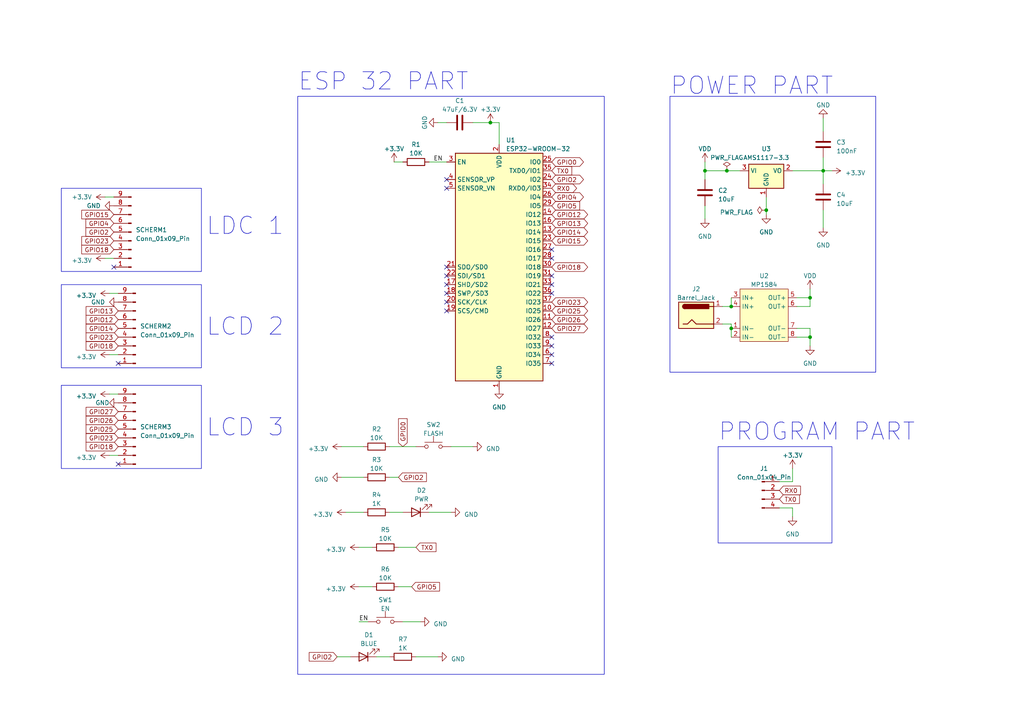
<source format=kicad_sch>
(kicad_sch (version 20230121) (generator eeschema)
  (paper "A4")
  (lib_symbols
    (symbol "Connector:Barrel_Jack" (pin_names (offset 1.016))
      (property "Reference" "J" (at 0 5.334 0))
      (property "Value" "Barrel_Jack" (at 0 -5.08 0))
      (symbol "Barrel_Jack_0_1"
        (rectangle (start -5.08 3.81) (end 5.08 -3.81) (stroke (width 0.254)) (fill (type background)))
        (arc (start -3.302 3.175) (mid -3.9343 2.54) (end -3.302 1.905) (stroke (width 0.254)))
        (arc (start -3.302 3.175) (mid -3.9343 2.54) (end -3.302 1.905) (stroke (width 0.254)) (fill (type outline)))
        (polyline (pts (xy 5.08 2.54) (xy 3.81 2.54)) (stroke (width 0.254)))
        (polyline (pts (xy -3.81 -2.54) (xy -2.54 -2.54) (xy -1.27 -1.27) (xy 0 -2.54) (xy 2.54 -2.54) (xy 5.08 -2.54)) (stroke (width 0.254)))
        (rectangle (start 3.683 3.175) (end -3.302 1.905) (stroke (width 0.254)) (fill (type outline)))
      )
      (symbol "Barrel_Jack_1_1"
        (pin passive line (at 7.62 2.54 180) (length 2.54) (name "~") (number "1"))
        (pin passive line (at 7.62 -2.54 180) (length 2.54) (name "~") (number "2"))
      )
    )
    (symbol "Connector:Conn_01x04_Pin" (pin_names (offset 1.016) hide)
      (property "Reference" "J" (at 0 5.08 0))
      (property "Value" "Conn_01x04_Pin" (at 0 -7.62 0))
      (symbol "Conn_01x04_Pin_1_1"
        (polyline (pts (xy 1.27 -5.08) (xy 0.8636 -5.08)) (stroke (width 0.1524)))
        (polyline (pts (xy 1.27 -2.54) (xy 0.8636 -2.54)) (stroke (width 0.1524)))
        (polyline (pts (xy 1.27 0) (xy 0.8636 0)) (stroke (width 0.1524)))
        (polyline (pts (xy 1.27 2.54) (xy 0.8636 2.54)) (stroke (width 0.1524)))
        (rectangle (start 0.8636 -4.953) (end 0 -5.207) (stroke (width 0.1524)) (fill (type outline)))
        (rectangle (start 0.8636 -2.413) (end 0 -2.667) (stroke (width 0.1524)) (fill (type outline)))
        (rectangle (start 0.8636 0.127) (end 0 -0.127) (stroke (width 0.1524)) (fill (type outline)))
        (rectangle (start 0.8636 2.667) (end 0 2.413) (stroke (width 0.1524)) (fill (type outline)))
        (pin passive line (at 5.08 2.54 180) (length 3.81) (name "Pin_1") (number "1"))
        (pin passive line (at 5.08 0 180) (length 3.81) (name "Pin_2") (number "2"))
        (pin passive line (at 5.08 -2.54 180) (length 3.81) (name "Pin_3") (number "3"))
        (pin passive line (at 5.08 -5.08 180) (length 3.81) (name "Pin_4") (number "4"))
      )
    )
    (symbol "Connector:Conn_01x09_Pin" (pin_names (offset 1.016) hide)
      (property "Reference" "J" (at 0 12.7 0))
      (property "Value" "Conn_01x09_Pin" (at 0 -12.7 0))
      (symbol "Conn_01x09_Pin_1_1"
        (polyline (pts (xy 1.27 -10.16) (xy 0.8636 -10.16)) (stroke (width 0.1524)))
        (polyline (pts (xy 1.27 -7.62) (xy 0.8636 -7.62)) (stroke (width 0.1524)))
        (polyline (pts (xy 1.27 -5.08) (xy 0.8636 -5.08)) (stroke (width 0.1524)))
        (polyline (pts (xy 1.27 -2.54) (xy 0.8636 -2.54)) (stroke (width 0.1524)))
        (polyline (pts (xy 1.27 0) (xy 0.8636 0)) (stroke (width 0.1524)))
        (polyline (pts (xy 1.27 2.54) (xy 0.8636 2.54)) (stroke (width 0.1524)))
        (polyline (pts (xy 1.27 5.08) (xy 0.8636 5.08)) (stroke (width 0.1524)))
        (polyline (pts (xy 1.27 7.62) (xy 0.8636 7.62)) (stroke (width 0.1524)))
        (polyline (pts (xy 1.27 10.16) (xy 0.8636 10.16)) (stroke (width 0.1524)))
        (rectangle (start 0.8636 -10.033) (end 0 -10.287) (stroke (width 0.1524)) (fill (type outline)))
        (rectangle (start 0.8636 -7.493) (end 0 -7.747) (stroke (width 0.1524)) (fill (type outline)))
        (rectangle (start 0.8636 -4.953) (end 0 -5.207) (stroke (width 0.1524)) (fill (type outline)))
        (rectangle (start 0.8636 -2.413) (end 0 -2.667) (stroke (width 0.1524)) (fill (type outline)))
        (rectangle (start 0.8636 0.127) (end 0 -0.127) (stroke (width 0.1524)) (fill (type outline)))
        (rectangle (start 0.8636 2.667) (end 0 2.413) (stroke (width 0.1524)) (fill (type outline)))
        (rectangle (start 0.8636 5.207) (end 0 4.953) (stroke (width 0.1524)) (fill (type outline)))
        (rectangle (start 0.8636 7.747) (end 0 7.493) (stroke (width 0.1524)) (fill (type outline)))
        (rectangle (start 0.8636 10.287) (end 0 10.033) (stroke (width 0.1524)) (fill (type outline)))
        (pin passive line (at 5.08 10.16 180) (length 3.81) (name "Pin_1") (number "1"))
        (pin passive line (at 5.08 7.62 180) (length 3.81) (name "Pin_2") (number "2"))
        (pin passive line (at 5.08 5.08 180) (length 3.81) (name "Pin_3") (number "3"))
        (pin passive line (at 5.08 2.54 180) (length 3.81) (name "Pin_4") (number "4"))
        (pin passive line (at 5.08 0 180) (length 3.81) (name "Pin_5") (number "5"))
        (pin passive line (at 5.08 -2.54 180) (length 3.81) (name "Pin_6") (number "6"))
        (pin passive line (at 5.08 -5.08 180) (length 3.81) (name "Pin_7") (number "7"))
        (pin passive line (at 5.08 -7.62 180) (length 3.81) (name "Pin_8") (number "8"))
        (pin passive line (at 5.08 -10.16 180) (length 3.81) (name "Pin_9") (number "9"))
      )
    )
    (symbol "Device:C" (pin_numbers hide) (pin_names (offset 0.254))
      (property "Reference" "C" (at 0.635 2.54 0))
      (property "Value" "C" (at 0.635 -2.54 0))
      (symbol "C_0_1"
        (polyline (pts (xy -2.032 -0.762) (xy 2.032 -0.762)) (stroke (width 0.508)))
        (polyline (pts (xy -2.032 0.762) (xy 2.032 0.762)) (stroke (width 0.508)))
      )
      (symbol "C_1_1"
        (pin passive line (at 0 3.81 270) (length 2.794) (name "~") (number "1"))
        (pin passive line (at 0 -3.81 90) (length 2.794) (name "~") (number "2"))
      )
    )
    (symbol "Device:LED" (pin_numbers hide) (pin_names (offset 1.016) hide)
      (property "Reference" "D" (at 0 2.54 0))
      (property "Value" "LED" (at 0 -2.54 0))
      (symbol "LED_0_1"
        (polyline (pts (xy -1.27 -1.27) (xy -1.27 1.27)) (stroke (width 0.254)))
        (polyline (pts (xy -1.27 0) (xy 1.27 0)))
        (polyline (pts (xy 1.27 -1.27) (xy 1.27 1.27) (xy -1.27 0) (xy 1.27 -1.27)) (stroke (width 0.254)))
        (polyline (pts (xy -3.048 -0.762) (xy -4.572 -2.286) (xy -3.81 -2.286) (xy -4.572 -2.286) (xy -4.572 -1.524)))
        (polyline (pts (xy -1.778 -0.762) (xy -3.302 -2.286) (xy -2.54 -2.286) (xy -3.302 -2.286) (xy -3.302 -1.524)))
      )
      (symbol "LED_1_1"
        (pin passive line (at -3.81 0 0) (length 2.54) (name "K") (number "1"))
        (pin passive line (at 3.81 0 180) (length 2.54) (name "A") (number "2"))
      )
    )
    (symbol "Device:R" (pin_numbers hide) (pin_names (offset 0))
      (property "Reference" "R" (at 2.032 0 90))
      (property "Value" "R" (at 0 0 90))
      (symbol "R_0_1"
        (rectangle (start -1.016 -2.54) (end 1.016 2.54) (stroke (width 0.254)))
      )
      (symbol "R_1_1"
        (pin passive line (at 0 3.81 270) (length 1.27) (name "~") (number "1"))
        (pin passive line (at 0 -3.81 90) (length 1.27) (name "~") (number "2"))
      )
    )
    (symbol "Lib:MP1584"
      (property "Reference" "U" (at 0 2.54 0))
      (property "Value" "MP1584" (at 2.54 5.08 0))
      (symbol "MP1584_1_1"
        (rectangle (start -3.81 1.27) (end 10.16 -13.97) (fill (type background)))
        (pin input line (at -6.35 -10.16 0) (length 2.54) (name "IN-") (number "1"))
        (pin input line (at -6.35 -12.7 0) (length 2.54) (name "IN-") (number "2"))
        (pin input line (at -6.35 -1.27 0) (length 2.54) (name "IN+") (number "3"))
        (pin input line (at -6.35 -3.81 0) (length 2.54) (name "IN+") (number "4"))
        (pin input line (at 12.7 -1.27 180) (length 2.54) (name "OUT+") (number "5"))
        (pin input line (at 12.7 -3.81 180) (length 2.54) (name "OUT+") (number "6"))
        (pin input line (at 12.7 -10.16 180) (length 2.54) (name "OUT-") (number "7"))
        (pin input line (at 12.7 -12.7 180) (length 2.54) (name "OUT-") (number "8"))
      )
    )
    (symbol "RF_Module:ESP32-WROOM-32"
      (property "Reference" "U" (at -12.7 34.29 0))
      (property "Value" "ESP32-WROOM-32" (at 1.27 34.29 0))
      (symbol "ESP32-WROOM-32_0_1"
        (rectangle (start -12.7 33.02) (end 12.7 -33.02) (stroke (width 0.254)) (fill (type background)))
      )
      (symbol "ESP32-WROOM-32_1_1"
        (pin power_in line (at 0 -35.56 90) (length 2.54) (name "GND") (number "1"))
        (pin bidirectional line (at 15.24 -12.7 180) (length 2.54) (name "IO25") (number "10"))
        (pin bidirectional line (at 15.24 -15.24 180) (length 2.54) (name "IO26") (number "11"))
        (pin bidirectional line (at 15.24 -17.78 180) (length 2.54) (name "IO27") (number "12"))
        (pin bidirectional line (at 15.24 10.16 180) (length 2.54) (name "IO14") (number "13"))
        (pin bidirectional line (at 15.24 15.24 180) (length 2.54) (name "IO12") (number "14"))
        (pin passive line (at 0 -35.56 90) (length 2.54) hide (name "GND") (number "15"))
        (pin bidirectional line (at 15.24 12.7 180) (length 2.54) (name "IO13") (number "16"))
        (pin bidirectional line (at -15.24 -5.08 0) (length 2.54) (name "SHD/SD2") (number "17"))
        (pin bidirectional line (at -15.24 -7.62 0) (length 2.54) (name "SWP/SD3") (number "18"))
        (pin bidirectional line (at -15.24 -12.7 0) (length 2.54) (name "SCS/CMD") (number "19"))
        (pin power_in line (at 0 35.56 270) (length 2.54) (name "VDD") (number "2"))
        (pin bidirectional line (at -15.24 -10.16 0) (length 2.54) (name "SCK/CLK") (number "20"))
        (pin bidirectional line (at -15.24 0 0) (length 2.54) (name "SDO/SD0") (number "21"))
        (pin bidirectional line (at -15.24 -2.54 0) (length 2.54) (name "SDI/SD1") (number "22"))
        (pin bidirectional line (at 15.24 7.62 180) (length 2.54) (name "IO15") (number "23"))
        (pin bidirectional line (at 15.24 25.4 180) (length 2.54) (name "IO2") (number "24"))
        (pin bidirectional line (at 15.24 30.48 180) (length 2.54) (name "IO0") (number "25"))
        (pin bidirectional line (at 15.24 20.32 180) (length 2.54) (name "IO4") (number "26"))
        (pin bidirectional line (at 15.24 5.08 180) (length 2.54) (name "IO16") (number "27"))
        (pin bidirectional line (at 15.24 2.54 180) (length 2.54) (name "IO17") (number "28"))
        (pin bidirectional line (at 15.24 17.78 180) (length 2.54) (name "IO5") (number "29"))
        (pin input line (at -15.24 30.48 0) (length 2.54) (name "EN") (number "3"))
        (pin bidirectional line (at 15.24 0 180) (length 2.54) (name "IO18") (number "30"))
        (pin bidirectional line (at 15.24 -2.54 180) (length 2.54) (name "IO19") (number "31"))
        (pin no_connect line (at -12.7 -27.94 0) (length 2.54) hide (name "NC") (number "32"))
        (pin bidirectional line (at 15.24 -5.08 180) (length 2.54) (name "IO21") (number "33"))
        (pin bidirectional line (at 15.24 22.86 180) (length 2.54) (name "RXD0/IO3") (number "34"))
        (pin bidirectional line (at 15.24 27.94 180) (length 2.54) (name "TXD0/IO1") (number "35"))
        (pin bidirectional line (at 15.24 -7.62 180) (length 2.54) (name "IO22") (number "36"))
        (pin bidirectional line (at 15.24 -10.16 180) (length 2.54) (name "IO23") (number "37"))
        (pin passive line (at 0 -35.56 90) (length 2.54) hide (name "GND") (number "38"))
        (pin passive line (at 0 -35.56 90) (length 2.54) hide (name "GND") (number "39"))
        (pin input line (at -15.24 25.4 0) (length 2.54) (name "SENSOR_VP") (number "4"))
        (pin input line (at -15.24 22.86 0) (length 2.54) (name "SENSOR_VN") (number "5"))
        (pin input line (at 15.24 -25.4 180) (length 2.54) (name "IO34") (number "6"))
        (pin input line (at 15.24 -27.94 180) (length 2.54) (name "IO35") (number "7"))
        (pin bidirectional line (at 15.24 -20.32 180) (length 2.54) (name "IO32") (number "8"))
        (pin bidirectional line (at 15.24 -22.86 180) (length 2.54) (name "IO33") (number "9"))
      )
    )
    (symbol "Regulator_Linear:AMS1117-3.3"
      (property "Reference" "U" (at -3.81 3.175 0))
      (property "Value" "AMS1117-3.3" (at 0 3.175 0))
      (symbol "AMS1117-3.3_0_1"
        (rectangle (start -5.08 -5.08) (end 5.08 1.905) (stroke (width 0.254)) (fill (type background)))
      )
      (symbol "AMS1117-3.3_1_1"
        (pin power_in line (at 0 -7.62 90) (length 2.54) (name "GND") (number "1"))
        (pin power_out line (at 7.62 0 180) (length 2.54) (name "VO") (number "2"))
        (pin power_in line (at -7.62 0 0) (length 2.54) (name "VI") (number "3"))
      )
    )
    (symbol "Switch:SW_Push" (pin_numbers hide) (pin_names (offset 1.016) hide)
      (property "Reference" "SW" (at 1.27 2.54 0))
      (property "Value" "SW_Push" (at 0 -1.524 0))
      (symbol "SW_Push_0_1"
        (circle (center -2.032 0) (radius 0.508))
        (polyline (pts (xy 0 1.27) (xy 0 3.048)))
        (polyline (pts (xy 2.54 1.27) (xy -2.54 1.27)))
        (circle (center 2.032 0) (radius 0.508))
        (pin passive line (at -5.08 0 0) (length 2.54) (name "1") (number "1"))
        (pin passive line (at 5.08 0 180) (length 2.54) (name "2") (number "2"))
      )
    )
    (symbol "power:+3.3V" (power) (pin_names (offset 0))
      (property "Value" "+3.3V" (at 0 3.556 0))
      (symbol "+3.3V_0_1"
        (polyline (pts (xy -0.762 1.27) (xy 0 2.54)))
        (polyline (pts (xy 0 0) (xy 0 2.54)))
        (polyline (pts (xy 0 2.54) (xy 0.762 1.27)))
      )
      (symbol "+3.3V_1_1"
        (pin power_in line (at 0 0 90) (length 0) hide (name "+3.3V") (number "1"))
      )
    )
    (symbol "power:GND" (power) (pin_names (offset 0))
      (property "Value" "GND" (at 0 -3.81 0))
      (symbol "GND_0_1"
        (polyline (pts (xy 0 0) (xy 0 -1.27) (xy 1.27 -1.27) (xy 0 -2.54) (xy -1.27 -1.27) (xy 0 -1.27)))
      )
      (symbol "GND_1_1"
        (pin power_in line (at 0 0 270) (length 0) hide (name "GND") (number "1"))
      )
    )
    (symbol "power:PWR_FLAG" (power) (pin_numbers hide) (pin_names (offset 0) hide)
      (property "Value" "PWR_FLAG" (at 0 3.81 0))
      (symbol "PWR_FLAG_0_0"
        (pin power_out line (at 0 0 90) (length 0) (name "pwr") (number "1"))
      )
      (symbol "PWR_FLAG_0_1"
        (polyline (pts (xy 0 0) (xy 0 1.27) (xy -1.016 1.905) (xy 0 2.54) (xy 1.016 1.905) (xy 0 1.27)))
      )
    )
    (symbol "power:VDD" (power) (pin_names (offset 0))
      (property "Value" "VDD" (at 0 3.81 0))
      (symbol "VDD_0_1"
        (polyline (pts (xy -0.762 1.27) (xy 0 2.54)))
        (polyline (pts (xy 0 0) (xy 0 2.54)))
        (polyline (pts (xy 0 2.54) (xy 0.762 1.27)))
      )
      (symbol "VDD_1_1"
        (pin power_in line (at 0 0 90) (length 0) hide (name "VDD") (number "1"))
      )
    )
  )
  (junction (at 212.09 88.9))
  (junction (at 238.76 49.53))
  (junction (at 210.82 49.53))
  (junction (at 234.95 97.79))
  (junction (at 222.25 60.96))
  (junction (at 142.24 35.56))
  (junction (at 234.95 86.36))
  (junction (at 212.09 95.25))
  (junction (at 204.47 49.53))
  (no_connect (at 129.54 82.55))
  (no_connect (at 160.02 80.01))
  (no_connect (at 129.54 54.61))
  (no_connect (at 34.29 134.62))
  (no_connect (at 160.02 105.41))
  (no_connect (at 160.02 82.55))
  (no_connect (at 160.02 97.79))
  (no_connect (at 129.54 80.01))
  (no_connect (at 160.02 102.87))
  (no_connect (at 160.02 85.09))
  (no_connect (at 160.02 74.93))
  (no_connect (at 129.54 87.63))
  (no_connect (at 33.02 77.47))
  (no_connect (at 129.54 52.07))
  (no_connect (at 34.29 105.41))
  (no_connect (at 129.54 85.09))
  (no_connect (at 160.02 72.39))
  (no_connect (at 160.02 100.33))
  (no_connect (at 129.54 77.47))
  (no_connect (at 129.54 90.17))
  (wire (pts (xy 234.95 88.9) (xy 234.95 86.36)))
  (wire (pts (xy 142.24 35.56) (xy 137.16 35.56)))
  (wire (pts (xy 113.03 138.43) (xy 115.57 138.43)))
  (wire (pts (xy 120.65 190.5) (xy 127 190.5)))
  (wire (pts (xy 234.95 86.36) (xy 234.95 83.82)))
  (wire (pts (xy 109.22 190.5) (xy 113.03 190.5)))
  (wire (pts (xy 229.87 147.32) (xy 226.06 147.32)))
  (wire (pts (xy 104.14 170.18) (xy 107.95 170.18)))
  (wire (pts (xy 100.33 148.59) (xy 105.41 148.59)))
  (wire (pts (xy 212.09 93.98) (xy 212.09 95.25)))
  (wire (pts (xy 231.14 97.79) (xy 234.95 97.79)))
  (wire (pts (xy 209.55 88.9) (xy 212.09 88.9)))
  (wire (pts (xy 31.75 85.09) (xy 34.29 85.09)))
  (wire (pts (xy 212.09 95.25) (xy 212.09 97.79)))
  (wire (pts (xy 113.03 148.59) (xy 116.84 148.59)))
  (wire (pts (xy 115.57 158.75) (xy 120.65 158.75)))
  (wire (pts (xy 130.81 129.54) (xy 137.16 129.54)))
  (wire (pts (xy 229.87 49.53) (xy 238.76 49.53)))
  (wire (pts (xy 234.95 97.79) (xy 234.95 95.25)))
  (wire (pts (xy 113.03 129.54) (xy 120.65 129.54)))
  (wire (pts (xy 31.75 132.08) (xy 34.29 132.08)))
  (wire (pts (xy 104.14 158.75) (xy 107.95 158.75)))
  (wire (pts (xy 104.14 180.34) (xy 106.68 180.34)))
  (wire (pts (xy 30.48 57.15) (xy 33.02 57.15)))
  (wire (pts (xy 144.78 35.56) (xy 144.78 41.91)))
  (wire (pts (xy 99.06 129.54) (xy 105.41 129.54)))
  (wire (pts (xy 229.87 149.86) (xy 229.87 147.32)))
  (wire (pts (xy 204.47 59.69) (xy 204.47 63.5)))
  (wire (pts (xy 231.14 88.9) (xy 234.95 88.9)))
  (wire (pts (xy 31.75 114.3) (xy 34.29 114.3)))
  (wire (pts (xy 124.46 148.59) (xy 130.81 148.59)))
  (wire (pts (xy 115.57 170.18) (xy 119.38 170.18)))
  (wire (pts (xy 31.75 102.87) (xy 34.29 102.87)))
  (wire (pts (xy 222.25 60.96) (xy 222.25 62.23)))
  (wire (pts (xy 238.76 34.29) (xy 238.76 38.1)))
  (wire (pts (xy 204.47 46.99) (xy 204.47 49.53)))
  (wire (pts (xy 144.78 35.56) (xy 142.24 35.56)))
  (wire (pts (xy 234.95 95.25) (xy 231.14 95.25)))
  (wire (pts (xy 238.76 45.72) (xy 238.76 49.53)))
  (wire (pts (xy 114.3 46.99) (xy 116.84 46.99)))
  (wire (pts (xy 222.25 57.15) (xy 222.25 60.96)))
  (wire (pts (xy 238.76 60.96) (xy 238.76 66.04)))
  (wire (pts (xy 30.48 74.93) (xy 33.02 74.93)))
  (wire (pts (xy 229.87 135.89) (xy 229.87 139.7)))
  (wire (pts (xy 99.06 138.43) (xy 105.41 138.43)))
  (wire (pts (xy 204.47 49.53) (xy 204.47 52.07)))
  (wire (pts (xy 127 35.56) (xy 129.54 35.56)))
  (wire (pts (xy 231.14 86.36) (xy 234.95 86.36)))
  (wire (pts (xy 124.46 46.99) (xy 129.54 46.99)))
  (wire (pts (xy 204.47 49.53) (xy 210.82 49.53)))
  (wire (pts (xy 97.79 190.5) (xy 101.6 190.5)))
  (wire (pts (xy 234.95 100.33) (xy 234.95 97.79)))
  (wire (pts (xy 210.82 49.53) (xy 214.63 49.53)))
  (wire (pts (xy 209.55 93.98) (xy 212.09 93.98)))
  (wire (pts (xy 212.09 88.9) (xy 212.09 86.36)))
  (wire (pts (xy 238.76 49.53) (xy 241.3 49.53)))
  (wire (pts (xy 116.84 180.34) (xy 121.92 180.34)))
  (wire (pts (xy 238.76 49.53) (xy 238.76 53.34)))
  (wire (pts (xy 229.87 139.7) (xy 226.06 139.7)))
  (rectangle (start 86.36 27.94) (end 175.26 195.58))
  (rectangle (start 17.78 111.76) (end 58.42 135.89))
  (rectangle (start 17.78 54.61) (end 58.42 78.74))
  (rectangle (start 194.31 27.94) (end 254 107.95))
  (rectangle (start 208.28 129.54) (end 241.3 157.48))
  (rectangle (start 17.78 82.55) (end 58.42 106.68))
  (text "LCD 3" (at 59.69 127 0) (effects (font (size 5 5)) (justify left bottom)))
  (text "ESP 32 PART" (at 86.36 26.67 0) (effects (font (size 5 5)) (justify left bottom)))
  (text "LDC 1\n" (at 59.69 68.58 0) (effects (font (size 5 5)) (justify left bottom)))
  (text "PROGRAM PART" (at 208.28 128.27 0) (effects (font (size 5 5)) (justify left bottom)))
  (text "LCD 2" (at 59.69 97.79 0) (effects (font (size 5 5)) (justify left bottom)))
  (text "POWER PART" (at 194.31 27.94 0) (effects (font (size 5 5)) (justify left bottom)))
  (label "EN" (at 104.14 180.34 0))
  (label "EN" (at 125.73 46.99 0))
  (global_label "GPIO0" (shape input) (at 116.84 129.54 90) (property "Intersheetrefs" "${INTERSHEET_REFS}" (effects hide)))
  (global_label "GPIO18" (shape input) (at 34.29 100.33 180) (property "Intersheetrefs" "${INTERSHEET_REFS}" (effects hide)))
  (global_label "GPIO12" (shape bidirectional) (at 160.02 62.23 0) (property "Intersheetrefs" "${INTERSHEET_REFS}" (effects hide)))
  (global_label "GPIO13" (shape bidirectional) (at 160.02 64.77 0) (property "Intersheetrefs" "${INTERSHEET_REFS}" (effects hide)))
  (global_label "GPIO0" (shape bidirectional) (at 160.02 46.99 0) (property "Intersheetrefs" "${INTERSHEET_REFS}" (effects hide)))
  (global_label "GPIO4" (shape input) (at 33.02 64.77 180) (property "Intersheetrefs" "${INTERSHEET_REFS}" (effects hide)))
  (global_label "GPIO25" (shape input) (at 34.29 124.46 180) (property "Intersheetrefs" "${INTERSHEET_REFS}" (effects hide)))
  (global_label "GPIO18" (shape input) (at 34.29 129.54 180) (property "Intersheetrefs" "${INTERSHEET_REFS}" (effects hide)))
  (global_label "GPIO5" (shape input) (at 119.38 170.18 0) (property "Intersheetrefs" "${INTERSHEET_REFS}" (effects hide)))
  (global_label "GPIO15" (shape bidirectional) (at 160.02 69.85 0) (property "Intersheetrefs" "${INTERSHEET_REFS}" (effects hide)))
  (global_label "GPIO2" (shape input) (at 115.57 138.43 0) (property "Intersheetrefs" "${INTERSHEET_REFS}" (effects hide)))
  (global_label "GPIO27" (shape input) (at 34.29 119.38 180) (property "Intersheetrefs" "${INTERSHEET_REFS}" (effects hide)))
  (global_label "GPIO25" (shape bidirectional) (at 160.02 90.17 0) (property "Intersheetrefs" "${INTERSHEET_REFS}" (effects hide)))
  (global_label "GPIO14" (shape bidirectional) (at 160.02 67.31 0) (property "Intersheetrefs" "${INTERSHEET_REFS}" (effects hide)))
  (global_label "TX0" (shape input) (at 120.65 158.75 0) (property "Intersheetrefs" "${INTERSHEET_REFS}" (effects hide)))
  (global_label "GPIO15" (shape input) (at 33.02 62.23 180) (property "Intersheetrefs" "${INTERSHEET_REFS}" (effects hide)))
  (global_label "GPIO13" (shape input) (at 34.29 90.17 180) (property "Intersheetrefs" "${INTERSHEET_REFS}" (effects hide)))
  (global_label "GPIO23" (shape input) (at 34.29 97.79 180) (property "Intersheetrefs" "${INTERSHEET_REFS}" (effects hide)))
  (global_label "GPIO2" (shape input) (at 97.79 190.5 180) (property "Intersheetrefs" "${INTERSHEET_REFS}" (effects hide)))
  (global_label "GPIO26" (shape input) (at 34.29 121.92 180) (property "Intersheetrefs" "${INTERSHEET_REFS}" (effects hide)))
  (global_label "GPIO5" (shape input) (at 160.02 59.69 0) (property "Intersheetrefs" "${INTERSHEET_REFS}" (effects hide)))
  (global_label "GPIO4" (shape bidirectional) (at 160.02 57.15 0) (property "Intersheetrefs" "${INTERSHEET_REFS}" (effects hide)))
  (global_label "GPIO18" (shape input) (at 33.02 72.39 180) (property "Intersheetrefs" "${INTERSHEET_REFS}" (effects hide)))
  (global_label "GPIO23" (shape input) (at 33.02 69.85 180) (property "Intersheetrefs" "${INTERSHEET_REFS}" (effects hide)))
  (global_label "TX0" (shape input) (at 226.06 144.78 0) (property "Intersheetrefs" "${INTERSHEET_REFS}" (effects hide)))
  (global_label "GPIO23" (shape bidirectional) (at 160.02 87.63 0) (property "Intersheetrefs" "${INTERSHEET_REFS}" (effects hide)))
  (global_label "RX0" (shape bidirectional) (at 160.02 54.61 0) (property "Intersheetrefs" "${INTERSHEET_REFS}" (effects hide)))
  (global_label "GPIO12" (shape input) (at 34.29 92.71 180) (property "Intersheetrefs" "${INTERSHEET_REFS}" (effects hide)))
  (global_label "GPIO2" (shape input) (at 33.02 67.31 180) (property "Intersheetrefs" "${INTERSHEET_REFS}" (effects hide)))
  (global_label "GPIO27" (shape bidirectional) (at 160.02 95.25 0) (property "Intersheetrefs" "${INTERSHEET_REFS}" (effects hide)))
  (global_label "GPIO14" (shape input) (at 34.29 95.25 180) (property "Intersheetrefs" "${INTERSHEET_REFS}" (effects hide)))
  (global_label "RX0" (shape input) (at 226.06 142.24 0) (property "Intersheetrefs" "${INTERSHEET_REFS}" (effects hide)))
  (global_label "GPIO23" (shape input) (at 34.29 127 180) (property "Intersheetrefs" "${INTERSHEET_REFS}" (effects hide)))
  (global_label "GPIO26" (shape bidirectional) (at 160.02 92.71 0) (property "Intersheetrefs" "${INTERSHEET_REFS}" (effects hide)))
  (global_label "TX0" (shape input) (at 160.02 49.53 0) (property "Intersheetrefs" "${INTERSHEET_REFS}" (effects hide)))
  (global_label "GPIO18" (shape bidirectional) (at 160.02 77.47 0) (property "Intersheetrefs" "${INTERSHEET_REFS}" (effects hide)))
  (global_label "GPIO2" (shape bidirectional) (at 160.02 52.07 0) (property "Intersheetrefs" "${INTERSHEET_REFS}" (effects hide)))
  (symbol (lib_id "RF_Module:ESP32-WROOM-32") (at 144.78 77.47 0) (unit 1)
    (property "Reference" "U1" (at 146.7359 40.64 0) (effects (justify left)))
    (property "Value" "ESP32-WROOM-32" (at 146.7359 43.18 0) (effects (justify left)))
    (property "Footprint" "RF_Module:ESP32-WROOM-32" (effects hide))
    (property "Datasheet" "https://www.espressif.com/sites/default/files/documentation/esp32-wroom-32_datasheet_en.pdf" (effects hide))
  )
  (symbol (lib_id "power:GND") (at 34.29 116.84 270) (unit 1)
    (property "Reference" "#PWR09" (effects hide))
    (property "Value" "GND" (at 31.75 116.84 90) (effects (justify right)))
  )
  (symbol (lib_id "power:+3.3V") (at 30.48 57.15 90) (unit 1)
    (property "Reference" "#PWR01" (effects hide))
    (property "Value" "+3.3V" (at 26.67 57.15 90) (effects (justify left)))
  )
  (symbol (lib_id "Device:C") (at 204.47 55.88 0) (unit 1)
    (property "Reference" "C2" (at 208.28 55.245 0) (effects (justify left)))
    (property "Value" "10uF" (at 208.28 57.785 0) (effects (justify left)))
    (property "Footprint" "Capacitor_SMD:C_0805_2012Metric_Pad1.18x1.45mm_HandSolder" (effects hide))
  )
  (symbol (lib_id "power:+3.3V") (at 31.75 114.3 90) (unit 1)
    (property "Reference" "#PWR05" (effects hide))
    (property "Value" "+3.3V" (at 27.94 114.935 90) (effects (justify left)))
  )
  (symbol (lib_id "power:+3.3V") (at 100.33 148.59 90) (unit 1)
    (property "Reference" "#PWR013" (effects hide))
    (property "Value" "+3.3V" (at 96.52 149.225 90) (effects (justify left)))
  )
  (symbol (lib_id "Device:LED") (at 105.41 190.5 180) (unit 1)
    (property "Reference" "D1" (at 106.9975 184.15 0))
    (property "Value" "BLUE" (at 106.9975 186.69 0))
    (property "Footprint" "LED_SMD:LED_0805_2012Metric_Pad1.15x1.40mm_HandSolder" (effects hide))
  )
  (symbol (lib_id "Device:R") (at 109.22 138.43 90) (unit 1)
    (property "Reference" "R3" (at 109.22 133.35 90))
    (property "Value" "10K" (at 109.22 135.89 90))
    (property "Footprint" "Resistor_SMD:R_0805_2012Metric_Pad1.20x1.40mm_HandSolder" (effects hide))
  )
  (symbol (lib_id "Device:R") (at 109.22 129.54 90) (unit 1)
    (property "Reference" "R2" (at 109.22 124.46 90))
    (property "Value" "10K" (at 109.22 127 90))
    (property "Footprint" "Resistor_SMD:R_0805_2012Metric_Pad1.20x1.40mm_HandSolder" (effects hide))
  )
  (symbol (lib_id "power:+3.3V") (at 142.24 35.56 0) (unit 1)
    (property "Reference" "#PWR017" (effects hide))
    (property "Value" "+3.3V" (at 142.24 31.75 0))
  )
  (symbol (lib_id "power:PWR_FLAG") (at 210.82 49.53 0) (unit 1)
    (property "Reference" "#FLG01" (effects hide))
    (property "Value" "PWR_FLAG" (at 210.82 45.72 0))
  )
  (symbol (lib_id "power:GND") (at 204.47 63.5 0) (unit 1)
    (property "Reference" "#PWR024" (effects hide))
    (property "Value" "GND" (at 204.47 68.58 0))
  )
  (symbol (lib_id "Device:R") (at 111.76 158.75 90) (unit 1)
    (property "Reference" "R5" (at 111.76 153.67 90))
    (property "Value" "10K" (at 111.76 156.21 90))
    (property "Footprint" "Resistor_SMD:R_0805_2012Metric_Pad1.20x1.40mm_HandSolder" (effects hide))
  )
  (symbol (lib_id "Device:R") (at 116.84 190.5 90) (unit 1)
    (property "Reference" "R7" (at 116.84 185.42 90))
    (property "Value" "1K" (at 116.84 187.96 90))
    (property "Footprint" "Resistor_SMD:R_0805_2012Metric_Pad1.20x1.40mm_HandSolder" (effects hide))
  )
  (symbol (lib_id "power:GND") (at 137.16 129.54 90) (unit 1)
    (property "Reference" "#PWR022" (effects hide))
    (property "Value" "GND" (at 140.97 130.175 90) (effects (justify right)))
  )
  (symbol (lib_id "power:+3.3V") (at 31.75 102.87 90) (unit 1)
    (property "Reference" "#PWR04" (effects hide))
    (property "Value" "+3.3V" (at 27.94 103.505 90) (effects (justify left)))
  )
  (symbol (lib_id "power:VDD") (at 204.47 46.99 0) (unit 1)
    (property "Reference" "#PWR023" (effects hide))
    (property "Value" "VDD" (at 204.47 43.18 0))
  )
  (symbol (lib_id "Device:C") (at 238.76 57.15 0) (unit 1)
    (property "Reference" "C4" (at 242.57 56.515 0) (effects (justify left)))
    (property "Value" "10uF" (at 242.57 59.055 0) (effects (justify left)))
    (property "Footprint" "Capacitor_SMD:C_0805_2012Metric_Pad1.18x1.45mm_HandSolder" (effects hide))
  )
  (symbol (lib_id "Lib:MP1584") (at 218.44 85.09 0) (unit 1)
    (property "Reference" "U2" (at 221.615 80.01 0))
    (property "Value" "MP1584" (at 221.615 82.55 0))
    (property "Footprint" "Library:U1584" (effects hide))
  )
  (symbol (lib_id "Connector:Conn_01x04_Pin") (at 220.98 142.24 0) (unit 1)
    (property "Reference" "J1" (at 221.615 135.89 0))
    (property "Value" "Conn_01x04_Pin" (at 221.615 138.43 0))
    (property "Footprint" "Connector_PinHeader_2.54mm:PinHeader_1x04_P2.54mm_Vertical" (effects hide))
  )
  (symbol (lib_id "Connector:Conn_01x09_Pin") (at 39.37 124.46 180) (unit 1)
    (property "Reference" "SCHERM3" (at 40.64 123.825 0) (effects (justify right)))
    (property "Value" "Conn_01x09_Pin" (at 40.64 126.365 0) (effects (justify right)))
    (property "Footprint" "Connector_PinHeader_2.54mm:PinHeader_1x09_P2.54mm_Vertical" (effects hide))
  )
  (symbol (lib_id "power:+3.3V") (at 229.87 135.89 0) (unit 1)
    (property "Reference" "#PWR025" (effects hide))
    (property "Value" "+3.3V" (at 229.87 132.08 0))
  )
  (symbol (lib_id "Device:R") (at 111.76 170.18 90) (unit 1)
    (property "Reference" "R6" (at 111.76 165.1 90))
    (property "Value" "10K" (at 111.76 167.64 90))
    (property "Footprint" "Resistor_SMD:R_0805_2012Metric_Pad1.20x1.40mm_HandSolder" (effects hide))
  )
  (symbol (lib_id "Connector:Conn_01x09_Pin") (at 39.37 95.25 180) (unit 1)
    (property "Reference" "SCHERM2" (at 40.64 94.615 0) (effects (justify right)))
    (property "Value" "Conn_01x09_Pin" (at 40.64 97.155 0) (effects (justify right)))
    (property "Footprint" "Connector_PinHeader_2.54mm:PinHeader_1x09_P2.54mm_Vertical" (effects hide))
  )
  (symbol (lib_id "power:+3.3V") (at 104.14 170.18 90) (unit 1)
    (property "Reference" "#PWR016" (effects hide))
    (property "Value" "+3.3V" (at 100.33 170.815 90) (effects (justify left)))
  )
  (symbol (lib_id "power:GND") (at 238.76 66.04 0) (unit 1)
    (property "Reference" "#PWR031" (effects hide))
    (property "Value" "GND" (at 238.76 71.12 0))
  )
  (symbol (lib_id "power:+3.3V") (at 104.14 158.75 90) (unit 1)
    (property "Reference" "#PWR015" (effects hide))
    (property "Value" "+3.3V" (at 100.33 159.385 90) (effects (justify left)))
  )
  (symbol (lib_id "Connector:Conn_01x09_Pin") (at 38.1 67.31 180) (unit 1)
    (property "Reference" "SCHERM1" (at 39.37 66.675 0) (effects (justify right)))
    (property "Value" "Conn_01x09_Pin" (at 39.37 69.215 0) (effects (justify right)))
    (property "Footprint" "Connector_PinHeader_2.54mm:PinHeader_1x09_P2.54mm_Vertical" (effects hide))
  )
  (symbol (lib_id "power:+3.3V") (at 30.48 74.93 90) (unit 1)
    (property "Reference" "#PWR02" (effects hide))
    (property "Value" "+3.3V" (at 26.67 75.565 90) (effects (justify left)))
  )
  (symbol (lib_id "power:+3.3V") (at 99.06 129.54 90) (unit 1)
    (property "Reference" "#PWR011" (effects hide))
    (property "Value" "+3.3V" (at 95.25 130.175 90) (effects (justify left)))
  )
  (symbol (lib_id "power:GND") (at 238.76 34.29 180) (unit 1)
    (property "Reference" "#PWR030" (effects hide))
    (property "Value" "GND" (at 238.76 30.48 0))
  )
  (symbol (lib_id "Switch:SW_Push") (at 125.73 129.54 0) (unit 1)
    (property "Reference" "SW2" (at 125.73 123.19 0))
    (property "Value" "FLASH" (at 125.73 125.73 0))
    (property "Footprint" "Button_Switch_SMD:SW_DIP_SPSTx01_Slide_Copal_CHS-01B_W7.62mm_P1.27mm" (effects hide))
  )
  (symbol (lib_id "power:+3.3V") (at 241.3 49.53 270) (unit 1)
    (property "Reference" "#PWR032" (effects hide))
    (property "Value" "+3.3V" (at 245.11 50.165 90) (effects (justify left)))
  )
  (symbol (lib_id "power:GND") (at 127 35.56 270) (unit 1)
    (property "Reference" "#PWR014" (effects hide))
    (property "Value" "GND" (at 123.19 35.56 0))
  )
  (symbol (lib_id "power:+3.3V") (at 31.75 85.09 90) (unit 1)
    (property "Reference" "#PWR03" (effects hide))
    (property "Value" "+3.3V" (at 27.94 85.725 90) (effects (justify left)))
  )
  (symbol (lib_id "power:GND") (at 130.81 148.59 90) (unit 1)
    (property "Reference" "#PWR021" (effects hide))
    (property "Value" "GND" (at 134.62 149.225 90) (effects (justify right)))
  )
  (symbol (lib_id "power:GND") (at 229.87 149.86 0) (unit 1)
    (property "Reference" "#PWR026" (effects hide))
    (property "Value" "GND" (at 229.87 154.94 0))
  )
  (symbol (lib_id "power:+3.3V") (at 114.3 46.99 0) (unit 1)
    (property "Reference" "#PWR010" (effects hide))
    (property "Value" "+3.3V" (at 114.3 43.18 0))
  )
  (symbol (lib_id "power:GND") (at 127 190.5 90) (unit 1)
    (property "Reference" "#PWR020" (effects hide))
    (property "Value" "GND" (at 130.81 191.135 90) (effects (justify right)))
  )
  (symbol (lib_id "Device:LED") (at 120.65 148.59 180) (unit 1)
    (property "Reference" "D2" (at 122.2375 142.24 0))
    (property "Value" "PWR" (at 122.2375 144.78 0))
    (property "Footprint" "LED_SMD:LED_0805_2012Metric_Pad1.15x1.40mm_HandSolder" (effects hide))
  )
  (symbol (lib_id "power:+3.3V") (at 31.75 132.08 90) (unit 1)
    (property "Reference" "#PWR06" (effects hide))
    (property "Value" "+3.3V" (at 27.94 132.715 90) (effects (justify left)))
  )
  (symbol (lib_id "Device:C") (at 238.76 41.91 0) (unit 1)
    (property "Reference" "C3" (at 242.57 41.275 0) (effects (justify left)))
    (property "Value" "100nF" (at 242.57 43.815 0) (effects (justify left)))
    (property "Footprint" "Capacitor_SMD:C_0805_2012Metric_Pad1.18x1.45mm_HandSolder" (effects hide))
  )
  (symbol (lib_id "Device:R") (at 120.65 46.99 90) (unit 1)
    (property "Reference" "R1" (at 120.65 41.91 90))
    (property "Value" "10K" (at 120.65 44.45 90))
    (property "Footprint" "Resistor_SMD:R_0805_2012Metric_Pad1.20x1.40mm_HandSolder" (effects hide))
  )
  (symbol (lib_id "power:PWR_FLAG") (at 222.25 60.96 90) (unit 1)
    (property "Reference" "#FLG02" (effects hide))
    (property "Value" "PWR_FLAG" (at 218.44 61.595 90) (effects (justify left)))
  )
  (symbol (lib_id "power:GND") (at 234.95 100.33 0) (unit 1)
    (property "Reference" "#PWR029" (effects hide))
    (property "Value" "GND" (at 234.95 105.41 0))
  )
  (symbol (lib_id "power:GND") (at 99.06 138.43 270) (unit 1)
    (property "Reference" "#PWR012" (effects hide))
    (property "Value" "GND" (at 95.25 139.065 90) (effects (justify right)))
  )
  (symbol (lib_id "power:GND") (at 121.92 180.34 90) (unit 1)
    (property "Reference" "#PWR019" (effects hide))
    (property "Value" "GND" (at 125.73 180.975 90) (effects (justify right)))
  )
  (symbol (lib_id "Regulator_Linear:AMS1117-3.3") (at 222.25 49.53 0) (unit 1)
    (property "Reference" "U3" (at 222.25 43.18 0))
    (property "Value" "AMS1117-3.3" (at 222.25 45.72 0))
    (property "Footprint" "Package_TO_SOT_SMD:SOT-223-3_TabPin2" (effects hide))
    (property "Datasheet" "http://www.advanced-monolithic.com/pdf/ds1117.pdf" (effects hide))
  )
  (symbol (lib_id "Connector:Barrel_Jack") (at 201.93 91.44 0) (unit 1)
    (property "Reference" "J2" (at 201.93 83.82 0))
    (property "Value" "Barrel_Jack" (at 201.93 86.36 0))
    (property "Footprint" "Connector_BarrelJack:BarrelJack_GCT_DCJ200-10-A_Horizontal" (effects hide))
  )
  (symbol (lib_id "power:GND") (at 33.02 59.69 270) (unit 1)
    (property "Reference" "#PWR07" (effects hide))
    (property "Value" "GND" (at 29.21 59.69 90) (effects (justify right)))
  )
  (symbol (lib_id "power:GND") (at 222.25 62.23 0) (unit 1)
    (property "Reference" "#PWR027" (effects hide))
    (property "Value" "GND" (at 222.25 67.31 0))
  )
  (symbol (lib_id "power:VDD") (at 234.95 83.82 0) (unit 1)
    (property "Reference" "#PWR028" (effects hide))
    (property "Value" "VDD" (at 234.95 80.01 0))
  )
  (symbol (lib_id "Device:C") (at 133.35 35.56 270) (unit 1)
    (property "Reference" "C1" (at 133.35 29.21 90))
    (property "Value" "47uF/6.3V" (at 133.35 31.75 90))
    (property "Footprint" "Capacitor_SMD:C_0805_2012Metric_Pad1.18x1.45mm_HandSolder" (effects hide))
  )
  (symbol (lib_id "power:GND") (at 34.29 87.63 270) (unit 1)
    (property "Reference" "#PWR08" (effects hide))
    (property "Value" "GND" (at 30.48 87.63 90) (effects (justify right)))
  )
  (symbol (lib_id "Device:R") (at 109.22 148.59 90) (unit 1)
    (property "Reference" "R4" (at 109.22 143.51 90))
    (property "Value" "1K" (at 109.22 146.05 90))
    (property "Footprint" "Resistor_SMD:R_0805_2012Metric_Pad1.20x1.40mm_HandSolder" (effects hide))
  )
  (symbol (lib_id "Switch:SW_Push") (at 111.76 180.34 0) (unit 1)
    (property "Reference" "SW1" (at 111.76 173.99 0))
    (property "Value" "EN" (at 111.76 176.53 0))
    (property "Footprint" "Button_Switch_SMD:SW_DIP_SPSTx01_Slide_Copal_CHS-01B_W7.62mm_P1.27mm" (effects hide))
  )
  (symbol (lib_id "power:GND") (at 144.78 113.03 0) (unit 1)
    (property "Reference" "#PWR018" (effects hide))
    (property "Value" "GND" (at 144.78 118.11 0))
  )
)
</source>
